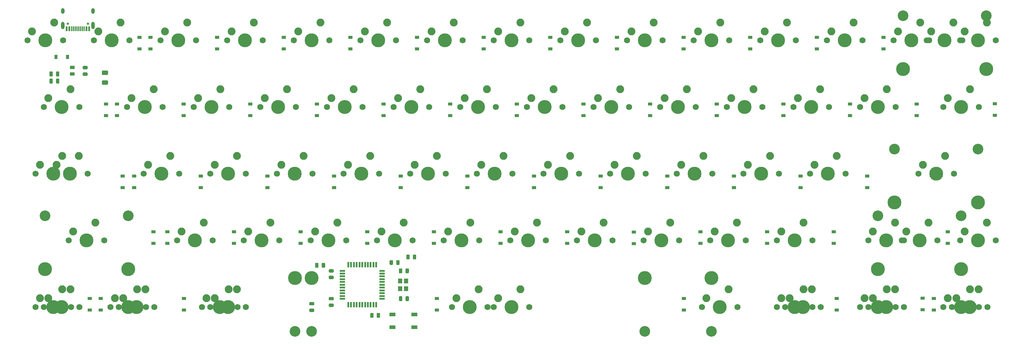
<source format=gbr>
G04 #@! TF.GenerationSoftware,KiCad,Pcbnew,(5.1.10)-1*
G04 #@! TF.CreationDate,2021-11-03T16:41:44+11:00*
G04 #@! TF.ProjectId,x60,7836302e-6b69-4636-9164-5f7063625858,rev?*
G04 #@! TF.SameCoordinates,Original*
G04 #@! TF.FileFunction,Soldermask,Bot*
G04 #@! TF.FilePolarity,Negative*
%FSLAX46Y46*%
G04 Gerber Fmt 4.6, Leading zero omitted, Abs format (unit mm)*
G04 Created by KiCad (PCBNEW (5.1.10)-1) date 2021-11-03 16:41:44*
%MOMM*%
%LPD*%
G01*
G04 APERTURE LIST*
%ADD10C,2.250000*%
%ADD11C,3.987800*%
%ADD12C,1.750000*%
%ADD13R,0.600000X1.450000*%
%ADD14R,0.300000X1.450000*%
%ADD15O,1.000000X2.100000*%
%ADD16C,0.650000*%
%ADD17O,1.000000X1.600000*%
%ADD18R,0.900000X1.200000*%
%ADD19C,3.048000*%
%ADD20R,1.200000X1.400000*%
%ADD21R,1.500000X0.550000*%
%ADD22R,0.550000X1.500000*%
%ADD23R,1.800000X1.100000*%
%ADD24R,1.200000X0.900000*%
G04 APERTURE END LIST*
D10*
X91434400Y-123499400D03*
D11*
X88894400Y-128579400D03*
D10*
X85084400Y-126039400D03*
D12*
X83814400Y-128579400D03*
X93974400Y-128579400D03*
D10*
X110410900Y-123508900D03*
D11*
X107870900Y-128588900D03*
D10*
X104060900Y-126048900D03*
D12*
X102790900Y-128588900D03*
X112950900Y-128588900D03*
D13*
X101500900Y-125311400D03*
X100700900Y-125311400D03*
X95800900Y-125311400D03*
X95000900Y-125311400D03*
X95000900Y-125311400D03*
X95800900Y-125311400D03*
X100700900Y-125311400D03*
X101500900Y-125311400D03*
D14*
X96500900Y-125311400D03*
X97000900Y-125311400D03*
X97500900Y-125311400D03*
X98500900Y-125311400D03*
X99000900Y-125311400D03*
X99500900Y-125311400D03*
X100000900Y-125311400D03*
X98000900Y-125311400D03*
D15*
X102570900Y-124396400D03*
X93930900Y-124396400D03*
D16*
X95360900Y-123866400D03*
D17*
X93930900Y-120216400D03*
D16*
X101140900Y-123866400D03*
D17*
X102570900Y-120216400D03*
D18*
X92014650Y-133351400D03*
X95314650Y-133351400D03*
D10*
X212804650Y-199708900D03*
D11*
X210264650Y-204788900D03*
D10*
X206454650Y-202248900D03*
D12*
X205184650Y-204788900D03*
X215344650Y-204788900D03*
D19*
X160264750Y-211773900D03*
X260264550Y-211773900D03*
D11*
X160264750Y-196533900D03*
X260264550Y-196533900D03*
D10*
X224710900Y-199708900D03*
D11*
X222170900Y-204788900D03*
D10*
X218360900Y-202248900D03*
D12*
X217090900Y-204788900D03*
X227250900Y-204788900D03*
D19*
X165020900Y-211773900D03*
X279320900Y-211773900D03*
D11*
X165020900Y-196533900D03*
X279320900Y-196533900D03*
G36*
G01*
X100777150Y-136888900D02*
X99864650Y-136888900D01*
G75*
G02*
X99620900Y-136645150I0J243750D01*
G01*
X99620900Y-136157650D01*
G75*
G02*
X99864650Y-135913900I243750J0D01*
G01*
X100777150Y-135913900D01*
G75*
G02*
X101020900Y-136157650I0J-243750D01*
G01*
X101020900Y-136645150D01*
G75*
G02*
X100777150Y-136888900I-243750J0D01*
G01*
G37*
G36*
G01*
X100777150Y-138763900D02*
X99864650Y-138763900D01*
G75*
G02*
X99620900Y-138520150I0J243750D01*
G01*
X99620900Y-138032650D01*
G75*
G02*
X99864650Y-137788900I243750J0D01*
G01*
X100777150Y-137788900D01*
G75*
G02*
X101020900Y-138032650I0J-243750D01*
G01*
X101020900Y-138520150D01*
G75*
G02*
X100777150Y-138763900I-243750J0D01*
G01*
G37*
G36*
G01*
X97107150Y-136828900D02*
X96194650Y-136828900D01*
G75*
G02*
X95950900Y-136585150I0J243750D01*
G01*
X95950900Y-136097650D01*
G75*
G02*
X96194650Y-135853900I243750J0D01*
G01*
X97107150Y-135853900D01*
G75*
G02*
X97350900Y-136097650I0J-243750D01*
G01*
X97350900Y-136585150D01*
G75*
G02*
X97107150Y-136828900I-243750J0D01*
G01*
G37*
G36*
G01*
X97107150Y-138703900D02*
X96194650Y-138703900D01*
G75*
G02*
X95950900Y-138460150I0J243750D01*
G01*
X95950900Y-137972650D01*
G75*
G02*
X96194650Y-137728900I243750J0D01*
G01*
X97107150Y-137728900D01*
G75*
G02*
X97350900Y-137972650I0J-243750D01*
G01*
X97350900Y-138460150D01*
G75*
G02*
X97107150Y-138703900I-243750J0D01*
G01*
G37*
D10*
X172404650Y-180658900D03*
D11*
X169864650Y-185738900D03*
D10*
X166054650Y-183198900D03*
D12*
X164784650Y-185738900D03*
X174944650Y-185738900D03*
G36*
G01*
X106605900Y-138496400D02*
X105355900Y-138496400D01*
G75*
G02*
X105105900Y-138246400I0J250000D01*
G01*
X105105900Y-137496400D01*
G75*
G02*
X105355900Y-137246400I250000J0D01*
G01*
X106605900Y-137246400D01*
G75*
G02*
X106855900Y-137496400I0J-250000D01*
G01*
X106855900Y-138246400D01*
G75*
G02*
X106605900Y-138496400I-250000J0D01*
G01*
G37*
G36*
G01*
X106605900Y-141296400D02*
X105355900Y-141296400D01*
G75*
G02*
X105105900Y-141046400I0J250000D01*
G01*
X105105900Y-140296400D01*
G75*
G02*
X105355900Y-140046400I250000J0D01*
G01*
X106605900Y-140046400D01*
G75*
G02*
X106855900Y-140296400I0J-250000D01*
G01*
X106855900Y-141046400D01*
G75*
G02*
X106605900Y-141296400I-250000J0D01*
G01*
G37*
G36*
G01*
X167033400Y-192426400D02*
X167033400Y-193338900D01*
G75*
G02*
X166789650Y-193582650I-243750J0D01*
G01*
X166302150Y-193582650D01*
G75*
G02*
X166058400Y-193338900I0J243750D01*
G01*
X166058400Y-192426400D01*
G75*
G02*
X166302150Y-192182650I243750J0D01*
G01*
X166789650Y-192182650D01*
G75*
G02*
X167033400Y-192426400I0J-243750D01*
G01*
G37*
G36*
G01*
X168908400Y-192426400D02*
X168908400Y-193338900D01*
G75*
G02*
X168664650Y-193582650I-243750J0D01*
G01*
X168177150Y-193582650D01*
G75*
G02*
X167933400Y-193338900I0J243750D01*
G01*
X167933400Y-192426400D01*
G75*
G02*
X168177150Y-192182650I243750J0D01*
G01*
X168664650Y-192182650D01*
G75*
G02*
X168908400Y-192426400I0J-243750D01*
G01*
G37*
G36*
G01*
X170202150Y-195857650D02*
X171114650Y-195857650D01*
G75*
G02*
X171358400Y-196101400I0J-243750D01*
G01*
X171358400Y-196588900D01*
G75*
G02*
X171114650Y-196832650I-243750J0D01*
G01*
X170202150Y-196832650D01*
G75*
G02*
X169958400Y-196588900I0J243750D01*
G01*
X169958400Y-196101400D01*
G75*
G02*
X170202150Y-195857650I243750J0D01*
G01*
G37*
G36*
G01*
X170202150Y-193982650D02*
X171114650Y-193982650D01*
G75*
G02*
X171358400Y-194226400I0J-243750D01*
G01*
X171358400Y-194713900D01*
G75*
G02*
X171114650Y-194957650I-243750J0D01*
G01*
X170202150Y-194957650D01*
G75*
G02*
X169958400Y-194713900I0J243750D01*
G01*
X169958400Y-194226400D01*
G75*
G02*
X170202150Y-193982650I243750J0D01*
G01*
G37*
D10*
X191373400Y-180658900D03*
D11*
X188833400Y-185738900D03*
D10*
X185023400Y-183198900D03*
D12*
X183753400Y-185738900D03*
X193913400Y-185738900D03*
D10*
X93742150Y-199708900D03*
D11*
X91202150Y-204788900D03*
D10*
X87392150Y-202248900D03*
D12*
X86122150Y-204788900D03*
X96282150Y-204788900D03*
D20*
X190389650Y-197338900D03*
X190389650Y-199538900D03*
X192089650Y-199538900D03*
X192089650Y-197338900D03*
D21*
X173833400Y-194438900D03*
X173833400Y-195238900D03*
X173833400Y-196038900D03*
X173833400Y-196838900D03*
X173833400Y-197638900D03*
X173833400Y-198438900D03*
X173833400Y-199238900D03*
X173833400Y-200038900D03*
X173833400Y-200838900D03*
X173833400Y-201638900D03*
X173833400Y-202438900D03*
D22*
X175533400Y-204138900D03*
X176333400Y-204138900D03*
X177133400Y-204138900D03*
X177933400Y-204138900D03*
X178733400Y-204138900D03*
X179533400Y-204138900D03*
X180333400Y-204138900D03*
X181133400Y-204138900D03*
X181933400Y-204138900D03*
X182733400Y-204138900D03*
X183533400Y-204138900D03*
D21*
X185233400Y-202438900D03*
X185233400Y-201638900D03*
X185233400Y-200838900D03*
X185233400Y-200038900D03*
X185233400Y-199238900D03*
X185233400Y-198438900D03*
X185233400Y-197638900D03*
X185233400Y-196838900D03*
X185233400Y-196038900D03*
X185233400Y-195238900D03*
X185233400Y-194438900D03*
D22*
X183533400Y-192738900D03*
X182733400Y-192738900D03*
X181933400Y-192738900D03*
X181133400Y-192738900D03*
X180333400Y-192738900D03*
X179533400Y-192738900D03*
X178733400Y-192738900D03*
X177933400Y-192738900D03*
X177133400Y-192738900D03*
X176333400Y-192738900D03*
X175533400Y-192738900D03*
D23*
X194395900Y-210607650D03*
X188195900Y-206907650D03*
X194395900Y-206907650D03*
X188195900Y-210607650D03*
G36*
G01*
X164645900Y-205238900D02*
X165558400Y-205238900D01*
G75*
G02*
X165802150Y-205482650I0J-243750D01*
G01*
X165802150Y-205970150D01*
G75*
G02*
X165558400Y-206213900I-243750J0D01*
G01*
X164645900Y-206213900D01*
G75*
G02*
X164402150Y-205970150I0J243750D01*
G01*
X164402150Y-205482650D01*
G75*
G02*
X164645900Y-205238900I243750J0D01*
G01*
G37*
G36*
G01*
X164645900Y-203363900D02*
X165558400Y-203363900D01*
G75*
G02*
X165802150Y-203607650I0J-243750D01*
G01*
X165802150Y-204095150D01*
G75*
G02*
X165558400Y-204338900I-243750J0D01*
G01*
X164645900Y-204338900D01*
G75*
G02*
X164402150Y-204095150I0J243750D01*
G01*
X164402150Y-203607650D01*
G75*
G02*
X164645900Y-203363900I243750J0D01*
G01*
G37*
G36*
G01*
X188320900Y-191632650D02*
X188320900Y-192545150D01*
G75*
G02*
X188077150Y-192788900I-243750J0D01*
G01*
X187589650Y-192788900D01*
G75*
G02*
X187345900Y-192545150I0J243750D01*
G01*
X187345900Y-191632650D01*
G75*
G02*
X187589650Y-191388900I243750J0D01*
G01*
X188077150Y-191388900D01*
G75*
G02*
X188320900Y-191632650I0J-243750D01*
G01*
G37*
G36*
G01*
X190195900Y-191632650D02*
X190195900Y-192545150D01*
G75*
G02*
X189952150Y-192788900I-243750J0D01*
G01*
X189464650Y-192788900D01*
G75*
G02*
X189220900Y-192545150I0J243750D01*
G01*
X189220900Y-191632650D01*
G75*
G02*
X189464650Y-191388900I243750J0D01*
G01*
X189952150Y-191388900D01*
G75*
G02*
X190195900Y-191632650I0J-243750D01*
G01*
G37*
G36*
G01*
X91970900Y-138677650D02*
X91970900Y-137765150D01*
G75*
G02*
X92214650Y-137521400I243750J0D01*
G01*
X92702150Y-137521400D01*
G75*
G02*
X92945900Y-137765150I0J-243750D01*
G01*
X92945900Y-138677650D01*
G75*
G02*
X92702150Y-138921400I-243750J0D01*
G01*
X92214650Y-138921400D01*
G75*
G02*
X91970900Y-138677650I0J243750D01*
G01*
G37*
G36*
G01*
X90095900Y-138677650D02*
X90095900Y-137765150D01*
G75*
G02*
X90339650Y-137521400I243750J0D01*
G01*
X90827150Y-137521400D01*
G75*
G02*
X91070900Y-137765150I0J-243750D01*
G01*
X91070900Y-138677650D01*
G75*
G02*
X90827150Y-138921400I-243750J0D01*
G01*
X90339650Y-138921400D01*
G75*
G02*
X90095900Y-138677650I0J243750D01*
G01*
G37*
G36*
G01*
X91970900Y-140717650D02*
X91970900Y-139805150D01*
G75*
G02*
X92214650Y-139561400I243750J0D01*
G01*
X92702150Y-139561400D01*
G75*
G02*
X92945900Y-139805150I0J-243750D01*
G01*
X92945900Y-140717650D01*
G75*
G02*
X92702150Y-140961400I-243750J0D01*
G01*
X92214650Y-140961400D01*
G75*
G02*
X91970900Y-140717650I0J243750D01*
G01*
G37*
G36*
G01*
X90095900Y-140717650D02*
X90095900Y-139805150D01*
G75*
G02*
X90339650Y-139561400I243750J0D01*
G01*
X90827150Y-139561400D01*
G75*
G02*
X91070900Y-139805150I0J-243750D01*
G01*
X91070900Y-140717650D01*
G75*
G02*
X90827150Y-140961400I-243750J0D01*
G01*
X90339650Y-140961400D01*
G75*
G02*
X90095900Y-140717650I0J243750D01*
G01*
G37*
D10*
X353298400Y-199708900D03*
D11*
X350758400Y-204788900D03*
D10*
X346948400Y-202248900D03*
D12*
X345678400Y-204788900D03*
X355838400Y-204788900D03*
D10*
X308054650Y-199708900D03*
D11*
X305514650Y-204788900D03*
D10*
X301704650Y-202248900D03*
D12*
X300434650Y-204788900D03*
X310594650Y-204788900D03*
D10*
X305673400Y-199708900D03*
D11*
X303133400Y-204788900D03*
D10*
X299323400Y-202248900D03*
D12*
X298053400Y-204788900D03*
X308213400Y-204788900D03*
D10*
X143748400Y-199708900D03*
D11*
X141208400Y-204788900D03*
D10*
X137398400Y-202248900D03*
D12*
X136128400Y-204788900D03*
X146288400Y-204788900D03*
D10*
X115173400Y-199708900D03*
D11*
X112633400Y-204788900D03*
D10*
X108823400Y-202248900D03*
D12*
X107553400Y-204788900D03*
X117713400Y-204788900D03*
D10*
X96123400Y-199708900D03*
D11*
X93583400Y-204788900D03*
D10*
X89773400Y-202248900D03*
D12*
X88503400Y-204788900D03*
X98663400Y-204788900D03*
D10*
X331867150Y-180658900D03*
D11*
X329327150Y-185738900D03*
D10*
X325517150Y-183198900D03*
D12*
X324247150Y-185738900D03*
X334407150Y-185738900D03*
D10*
X93742150Y-161608900D03*
D11*
X91202150Y-166688900D03*
D10*
X87392150Y-164148900D03*
D12*
X86122150Y-166688900D03*
X96282150Y-166688900D03*
D10*
X339010900Y-123508900D03*
D11*
X336470900Y-128588900D03*
D10*
X332660900Y-126048900D03*
D12*
X331390900Y-128588900D03*
X341550900Y-128588900D03*
D10*
X355679650Y-199708900D03*
D11*
X353139650Y-204788900D03*
D10*
X349329650Y-202248900D03*
D12*
X348059650Y-204788900D03*
X358219650Y-204788900D03*
D10*
X331867150Y-199708900D03*
D11*
X329327150Y-204788900D03*
D10*
X325517150Y-202248900D03*
D12*
X324247150Y-204788900D03*
X334407150Y-204788900D03*
D10*
X329485900Y-199708900D03*
D11*
X326945900Y-204788900D03*
D10*
X323135900Y-202248900D03*
D12*
X321865900Y-204788900D03*
X332025900Y-204788900D03*
D10*
X284242150Y-199708900D03*
D11*
X281702150Y-204788900D03*
D10*
X277892150Y-202248900D03*
D12*
X276622150Y-204788900D03*
X286782150Y-204788900D03*
D10*
X141367150Y-199708900D03*
D11*
X138827150Y-204788900D03*
D10*
X135017150Y-202248900D03*
D12*
X133747150Y-204788900D03*
X143907150Y-204788900D03*
D10*
X117554650Y-199708900D03*
D11*
X115014650Y-204788900D03*
D10*
X111204650Y-202248900D03*
D12*
X109934650Y-204788900D03*
X120094650Y-204788900D03*
D10*
X358060900Y-180658900D03*
D11*
X355520900Y-185738900D03*
D10*
X351710900Y-183198900D03*
D12*
X350440900Y-185738900D03*
X360600900Y-185738900D03*
D10*
X341392150Y-180658900D03*
D11*
X338852150Y-185738900D03*
D10*
X335042150Y-183198900D03*
D12*
X333772150Y-185738900D03*
X343932150Y-185738900D03*
D19*
X326945900Y-178753900D03*
X350758400Y-178753900D03*
D11*
X326945900Y-193993900D03*
X350758400Y-193993900D03*
D10*
X305673400Y-180658900D03*
D11*
X303133400Y-185738900D03*
D10*
X299323400Y-183198900D03*
D12*
X298053400Y-185738900D03*
X308213400Y-185738900D03*
D10*
X286623400Y-180658900D03*
D11*
X284083400Y-185738900D03*
D10*
X280273400Y-183198900D03*
D12*
X279003400Y-185738900D03*
X289163400Y-185738900D03*
D10*
X267573400Y-180658900D03*
D11*
X265033400Y-185738900D03*
D10*
X261223400Y-183198900D03*
D12*
X259953400Y-185738900D03*
X270113400Y-185738900D03*
D10*
X248523400Y-180658900D03*
D11*
X245983400Y-185738900D03*
D10*
X242173400Y-183198900D03*
D12*
X240903400Y-185738900D03*
X251063400Y-185738900D03*
D10*
X229473400Y-180658900D03*
D11*
X226933400Y-185738900D03*
D10*
X223123400Y-183198900D03*
D12*
X221853400Y-185738900D03*
X232013400Y-185738900D03*
D10*
X210423400Y-180658900D03*
D11*
X207883400Y-185738900D03*
D10*
X204073400Y-183198900D03*
D12*
X202803400Y-185738900D03*
X212963400Y-185738900D03*
D10*
X153273400Y-180658900D03*
D11*
X150733400Y-185738900D03*
D10*
X146923400Y-183198900D03*
D12*
X145653400Y-185738900D03*
X155813400Y-185738900D03*
D10*
X134223400Y-180658900D03*
D11*
X131683400Y-185738900D03*
D10*
X127873400Y-183198900D03*
D12*
X126603400Y-185738900D03*
X136763400Y-185738900D03*
D10*
X103267150Y-180658900D03*
D11*
X100727150Y-185738900D03*
D10*
X96917150Y-183198900D03*
D12*
X95647150Y-185738900D03*
X105807150Y-185738900D03*
D19*
X88820900Y-178753900D03*
X112633400Y-178753900D03*
D11*
X88820900Y-193993900D03*
X112633400Y-193993900D03*
D10*
X346154650Y-161608900D03*
D11*
X343614650Y-166688900D03*
D10*
X339804650Y-164148900D03*
D12*
X338534650Y-166688900D03*
X348694650Y-166688900D03*
D19*
X331708400Y-159703900D03*
X355520900Y-159703900D03*
D11*
X331708400Y-174943900D03*
X355520900Y-174943900D03*
D10*
X315198400Y-161608900D03*
D11*
X312658400Y-166688900D03*
D10*
X308848400Y-164148900D03*
D12*
X307578400Y-166688900D03*
X317738400Y-166688900D03*
D10*
X296148400Y-161608900D03*
D11*
X293608400Y-166688900D03*
D10*
X289798400Y-164148900D03*
D12*
X288528400Y-166688900D03*
X298688400Y-166688900D03*
D10*
X277098400Y-161608900D03*
D11*
X274558400Y-166688900D03*
D10*
X270748400Y-164148900D03*
D12*
X269478400Y-166688900D03*
X279638400Y-166688900D03*
D10*
X258048400Y-161608900D03*
D11*
X255508400Y-166688900D03*
D10*
X251698400Y-164148900D03*
D12*
X250428400Y-166688900D03*
X260588400Y-166688900D03*
D10*
X238998400Y-161608900D03*
D11*
X236458400Y-166688900D03*
D10*
X232648400Y-164148900D03*
D12*
X231378400Y-166688900D03*
X241538400Y-166688900D03*
D10*
X219948400Y-161608900D03*
D11*
X217408400Y-166688900D03*
D10*
X213598400Y-164148900D03*
D12*
X212328400Y-166688900D03*
X222488400Y-166688900D03*
D10*
X200898400Y-161608900D03*
D11*
X198358400Y-166688900D03*
D10*
X194548400Y-164148900D03*
D12*
X193278400Y-166688900D03*
X203438400Y-166688900D03*
D10*
X181848400Y-161608900D03*
D11*
X179308400Y-166688900D03*
D10*
X175498400Y-164148900D03*
D12*
X174228400Y-166688900D03*
X184388400Y-166688900D03*
D10*
X162798400Y-161608900D03*
D11*
X160258400Y-166688900D03*
D10*
X156448400Y-164148900D03*
D12*
X155178400Y-166688900D03*
X165338400Y-166688900D03*
D10*
X143748400Y-161608900D03*
D11*
X141208400Y-166688900D03*
D10*
X137398400Y-164148900D03*
D12*
X136128400Y-166688900D03*
X146288400Y-166688900D03*
D10*
X124698400Y-161608900D03*
D11*
X122158400Y-166688900D03*
D10*
X118348400Y-164148900D03*
D12*
X117078400Y-166688900D03*
X127238400Y-166688900D03*
D10*
X98504650Y-161608900D03*
D11*
X95964650Y-166688900D03*
D10*
X92154650Y-164148900D03*
D12*
X90884650Y-166688900D03*
X101044650Y-166688900D03*
D10*
X353298400Y-142558900D03*
D11*
X350758400Y-147638900D03*
D10*
X346948400Y-145098900D03*
D12*
X345678400Y-147638900D03*
X355838400Y-147638900D03*
D10*
X329485900Y-142558900D03*
D11*
X326945900Y-147638900D03*
D10*
X323135900Y-145098900D03*
D12*
X321865900Y-147638900D03*
X332025900Y-147638900D03*
D10*
X310435900Y-142558900D03*
D11*
X307895900Y-147638900D03*
D10*
X304085900Y-145098900D03*
D12*
X302815900Y-147638900D03*
X312975900Y-147638900D03*
D10*
X291385900Y-142558900D03*
D11*
X288845900Y-147638900D03*
D10*
X285035900Y-145098900D03*
D12*
X283765900Y-147638900D03*
X293925900Y-147638900D03*
D10*
X272335900Y-142558900D03*
D11*
X269795900Y-147638900D03*
D10*
X265985900Y-145098900D03*
D12*
X264715900Y-147638900D03*
X274875900Y-147638900D03*
D10*
X253285900Y-142558900D03*
D11*
X250745900Y-147638900D03*
D10*
X246935900Y-145098900D03*
D12*
X245665900Y-147638900D03*
X255825900Y-147638900D03*
D10*
X234235900Y-142558900D03*
D11*
X231695900Y-147638900D03*
D10*
X227885900Y-145098900D03*
D12*
X226615900Y-147638900D03*
X236775900Y-147638900D03*
D10*
X215185900Y-142558900D03*
D11*
X212645900Y-147638900D03*
D10*
X208835900Y-145098900D03*
D12*
X207565900Y-147638900D03*
X217725900Y-147638900D03*
D10*
X196135900Y-142558900D03*
D11*
X193595900Y-147638900D03*
D10*
X189785900Y-145098900D03*
D12*
X188515900Y-147638900D03*
X198675900Y-147638900D03*
D10*
X177085900Y-142558900D03*
D11*
X174545900Y-147638900D03*
D10*
X170735900Y-145098900D03*
D12*
X169465900Y-147638900D03*
X179625900Y-147638900D03*
D10*
X158035900Y-142558900D03*
D11*
X155495900Y-147638900D03*
D10*
X151685900Y-145098900D03*
D12*
X150415900Y-147638900D03*
X160575900Y-147638900D03*
D10*
X138985900Y-142558900D03*
D11*
X136445900Y-147638900D03*
D10*
X132635900Y-145098900D03*
D12*
X131365900Y-147638900D03*
X141525900Y-147638900D03*
D10*
X119935900Y-142558900D03*
D11*
X117395900Y-147638900D03*
D10*
X113585900Y-145098900D03*
D12*
X112315900Y-147638900D03*
X122475900Y-147638900D03*
D10*
X96123400Y-142558900D03*
D11*
X93583400Y-147638900D03*
D10*
X89773400Y-145098900D03*
D12*
X88503400Y-147638900D03*
X98663400Y-147638900D03*
D10*
X358060900Y-123508900D03*
D11*
X355520900Y-128588900D03*
D10*
X351710900Y-126048900D03*
D12*
X350440900Y-128588900D03*
X360600900Y-128588900D03*
D10*
X348535900Y-123508900D03*
D11*
X345995900Y-128588900D03*
D10*
X342185900Y-126048900D03*
D12*
X340915900Y-128588900D03*
X351075900Y-128588900D03*
D19*
X334089650Y-121603900D03*
X357902150Y-121603900D03*
D11*
X334089650Y-136843900D03*
X357902150Y-136843900D03*
D10*
X319960900Y-123508900D03*
D11*
X317420900Y-128588900D03*
D10*
X313610900Y-126048900D03*
D12*
X312340900Y-128588900D03*
X322500900Y-128588900D03*
D10*
X300910900Y-123508900D03*
D11*
X298370900Y-128588900D03*
D10*
X294560900Y-126048900D03*
D12*
X293290900Y-128588900D03*
X303450900Y-128588900D03*
D10*
X281860900Y-123508900D03*
D11*
X279320900Y-128588900D03*
D10*
X275510900Y-126048900D03*
D12*
X274240900Y-128588900D03*
X284400900Y-128588900D03*
D10*
X262810900Y-123508900D03*
D11*
X260270900Y-128588900D03*
D10*
X256460900Y-126048900D03*
D12*
X255190900Y-128588900D03*
X265350900Y-128588900D03*
D10*
X243760900Y-123508900D03*
D11*
X241220900Y-128588900D03*
D10*
X237410900Y-126048900D03*
D12*
X236140900Y-128588900D03*
X246300900Y-128588900D03*
D10*
X224710900Y-123508900D03*
D11*
X222170900Y-128588900D03*
D10*
X218360900Y-126048900D03*
D12*
X217090900Y-128588900D03*
X227250900Y-128588900D03*
D10*
X205660900Y-123508900D03*
D11*
X203120900Y-128588900D03*
D10*
X199310900Y-126048900D03*
D12*
X198040900Y-128588900D03*
X208200900Y-128588900D03*
D10*
X186610900Y-123508900D03*
D11*
X184070900Y-128588900D03*
D10*
X180260900Y-126048900D03*
D12*
X178990900Y-128588900D03*
X189150900Y-128588900D03*
D10*
X167560900Y-123508900D03*
D11*
X165020900Y-128588900D03*
D10*
X161210900Y-126048900D03*
D12*
X159940900Y-128588900D03*
X170100900Y-128588900D03*
D10*
X148510900Y-123508900D03*
D11*
X145970900Y-128588900D03*
D10*
X142160900Y-126048900D03*
D12*
X140890900Y-128588900D03*
X151050900Y-128588900D03*
D10*
X129460900Y-123508900D03*
D11*
X126920900Y-128588900D03*
D10*
X123110900Y-126048900D03*
D12*
X121840900Y-128588900D03*
X132000900Y-128588900D03*
D24*
X342902150Y-202345150D03*
X342902150Y-205645150D03*
X339727150Y-202282650D03*
X339727150Y-205582650D03*
X315120900Y-202345150D03*
X315120900Y-205645150D03*
X271464650Y-202345150D03*
X271464650Y-205645150D03*
X200820900Y-202345150D03*
X200820900Y-205645150D03*
X128589650Y-202345150D03*
X128589650Y-205645150D03*
X104777150Y-202345150D03*
X104777150Y-205645150D03*
X101602150Y-202345150D03*
X101602150Y-205645150D03*
X346870900Y-183295150D03*
X346870900Y-186595150D03*
X314327150Y-183295150D03*
X314327150Y-186595150D03*
X295277150Y-183295150D03*
X295277150Y-186595150D03*
X276227150Y-183295150D03*
X276227150Y-186595150D03*
X257177150Y-183357650D03*
X257177150Y-186657650D03*
X238127150Y-183295150D03*
X238127150Y-186595150D03*
X219077150Y-183295150D03*
X219077150Y-186595150D03*
X200027150Y-183295150D03*
X200027150Y-186595150D03*
X180977150Y-183295150D03*
X180977150Y-186595150D03*
X161927150Y-183295150D03*
X161927150Y-186595150D03*
X142877150Y-183295150D03*
X142877150Y-186595150D03*
X123827150Y-183295150D03*
X123827150Y-186595150D03*
X119858400Y-183295150D03*
X119858400Y-186595150D03*
X323852150Y-167420150D03*
X323852150Y-170720150D03*
X304802150Y-167420150D03*
X304802150Y-170720150D03*
X285752150Y-167420150D03*
X285752150Y-170720150D03*
X266702150Y-167420150D03*
X266702150Y-170720150D03*
X247652150Y-167420150D03*
X247652150Y-170720150D03*
X228602150Y-167420150D03*
X228602150Y-170720150D03*
X209552150Y-167420150D03*
X209552150Y-170720150D03*
X190502150Y-167420150D03*
X190502150Y-170720150D03*
X171452150Y-167420150D03*
X171452150Y-170720150D03*
X152402150Y-167420150D03*
X152402150Y-170720150D03*
X133352150Y-167420150D03*
X133352150Y-170720150D03*
X114302150Y-167420150D03*
X114302150Y-170720150D03*
X111045900Y-167420150D03*
X111045900Y-170720150D03*
X338058400Y-146782650D03*
X338058400Y-150082650D03*
X319008400Y-146782650D03*
X319008400Y-150082650D03*
X299958400Y-146782650D03*
X299958400Y-150082650D03*
X280908400Y-146782650D03*
X280908400Y-150082650D03*
X261858400Y-146782650D03*
X261858400Y-150082650D03*
X242808400Y-146782650D03*
X242808400Y-150082650D03*
X223758400Y-146782650D03*
X223758400Y-150082650D03*
X204708400Y-146782650D03*
X204708400Y-150082650D03*
X185658400Y-146782650D03*
X185658400Y-150082650D03*
X166608400Y-146782650D03*
X166608400Y-150082650D03*
X147558400Y-146782650D03*
X147558400Y-150082650D03*
X128508400Y-146782650D03*
X128508400Y-150082650D03*
X109458400Y-146782650D03*
X109458400Y-150082650D03*
X106283400Y-146782650D03*
X106283400Y-150082650D03*
X360364650Y-146720150D03*
X360364650Y-150020150D03*
X328533400Y-127732650D03*
X328533400Y-131032650D03*
X309483400Y-127795150D03*
X309483400Y-131095150D03*
X290433400Y-127732650D03*
X290433400Y-131032650D03*
X271383400Y-127732650D03*
X271383400Y-131032650D03*
X252333400Y-127795150D03*
X252333400Y-131095150D03*
X233283400Y-127732650D03*
X233283400Y-131032650D03*
X214233400Y-127732650D03*
X214233400Y-131032650D03*
X195183400Y-127795150D03*
X195183400Y-131095150D03*
X176133400Y-127732650D03*
X176133400Y-131032650D03*
X157083400Y-127732650D03*
X157083400Y-131032650D03*
X138033400Y-127732650D03*
X138033400Y-131032650D03*
X118983400Y-127732650D03*
X118983400Y-131032650D03*
X115889650Y-127795150D03*
X115889650Y-131095150D03*
G36*
G01*
X171114650Y-202895150D02*
X170202150Y-202895150D01*
G75*
G02*
X169958400Y-202651400I0J243750D01*
G01*
X169958400Y-202163900D01*
G75*
G02*
X170202150Y-201920150I243750J0D01*
G01*
X171114650Y-201920150D01*
G75*
G02*
X171358400Y-202163900I0J-243750D01*
G01*
X171358400Y-202651400D01*
G75*
G02*
X171114650Y-202895150I-243750J0D01*
G01*
G37*
G36*
G01*
X171114650Y-204770150D02*
X170202150Y-204770150D01*
G75*
G02*
X169958400Y-204526400I0J243750D01*
G01*
X169958400Y-204038900D01*
G75*
G02*
X170202150Y-203795150I243750J0D01*
G01*
X171114650Y-203795150D01*
G75*
G02*
X171358400Y-204038900I0J-243750D01*
G01*
X171358400Y-204526400D01*
G75*
G02*
X171114650Y-204770150I-243750J0D01*
G01*
G37*
G36*
G01*
X193983400Y-190957650D02*
X193983400Y-190045150D01*
G75*
G02*
X194227150Y-189801400I243750J0D01*
G01*
X194714650Y-189801400D01*
G75*
G02*
X194958400Y-190045150I0J-243750D01*
G01*
X194958400Y-190957650D01*
G75*
G02*
X194714650Y-191201400I-243750J0D01*
G01*
X194227150Y-191201400D01*
G75*
G02*
X193983400Y-190957650I0J243750D01*
G01*
G37*
G36*
G01*
X192108400Y-190957650D02*
X192108400Y-190045150D01*
G75*
G02*
X192352150Y-189801400I243750J0D01*
G01*
X192839650Y-189801400D01*
G75*
G02*
X193083400Y-190045150I0J-243750D01*
G01*
X193083400Y-190957650D01*
G75*
G02*
X192839650Y-191201400I-243750J0D01*
G01*
X192352150Y-191201400D01*
G75*
G02*
X192108400Y-190957650I0J243750D01*
G01*
G37*
G36*
G01*
X190989650Y-194013900D02*
X190989650Y-194926400D01*
G75*
G02*
X190745900Y-195170150I-243750J0D01*
G01*
X190258400Y-195170150D01*
G75*
G02*
X190014650Y-194926400I0J243750D01*
G01*
X190014650Y-194013900D01*
G75*
G02*
X190258400Y-193770150I243750J0D01*
G01*
X190745900Y-193770150D01*
G75*
G02*
X190989650Y-194013900I0J-243750D01*
G01*
G37*
G36*
G01*
X192864650Y-194013900D02*
X192864650Y-194926400D01*
G75*
G02*
X192620900Y-195170150I-243750J0D01*
G01*
X192133400Y-195170150D01*
G75*
G02*
X191889650Y-194926400I0J243750D01*
G01*
X191889650Y-194013900D01*
G75*
G02*
X192133400Y-193770150I243750J0D01*
G01*
X192620900Y-193770150D01*
G75*
G02*
X192864650Y-194013900I0J-243750D01*
G01*
G37*
G36*
G01*
X191889650Y-202863900D02*
X191889650Y-201951400D01*
G75*
G02*
X192133400Y-201707650I243750J0D01*
G01*
X192620900Y-201707650D01*
G75*
G02*
X192864650Y-201951400I0J-243750D01*
G01*
X192864650Y-202863900D01*
G75*
G02*
X192620900Y-203107650I-243750J0D01*
G01*
X192133400Y-203107650D01*
G75*
G02*
X191889650Y-202863900I0J243750D01*
G01*
G37*
G36*
G01*
X190014650Y-202863900D02*
X190014650Y-201951400D01*
G75*
G02*
X190258400Y-201707650I243750J0D01*
G01*
X190745900Y-201707650D01*
G75*
G02*
X190989650Y-201951400I0J-243750D01*
G01*
X190989650Y-202863900D01*
G75*
G02*
X190745900Y-203107650I-243750J0D01*
G01*
X190258400Y-203107650D01*
G75*
G02*
X190014650Y-202863900I0J243750D01*
G01*
G37*
G36*
G01*
X183664650Y-207626400D02*
X183664650Y-206713900D01*
G75*
G02*
X183908400Y-206470150I243750J0D01*
G01*
X184395900Y-206470150D01*
G75*
G02*
X184639650Y-206713900I0J-243750D01*
G01*
X184639650Y-207626400D01*
G75*
G02*
X184395900Y-207870150I-243750J0D01*
G01*
X183908400Y-207870150D01*
G75*
G02*
X183664650Y-207626400I0J243750D01*
G01*
G37*
G36*
G01*
X181789650Y-207626400D02*
X181789650Y-206713900D01*
G75*
G02*
X182033400Y-206470150I243750J0D01*
G01*
X182520900Y-206470150D01*
G75*
G02*
X182764650Y-206713900I0J-243750D01*
G01*
X182764650Y-207626400D01*
G75*
G02*
X182520900Y-207870150I-243750J0D01*
G01*
X182033400Y-207870150D01*
G75*
G02*
X181789650Y-207626400I0J243750D01*
G01*
G37*
M02*

</source>
